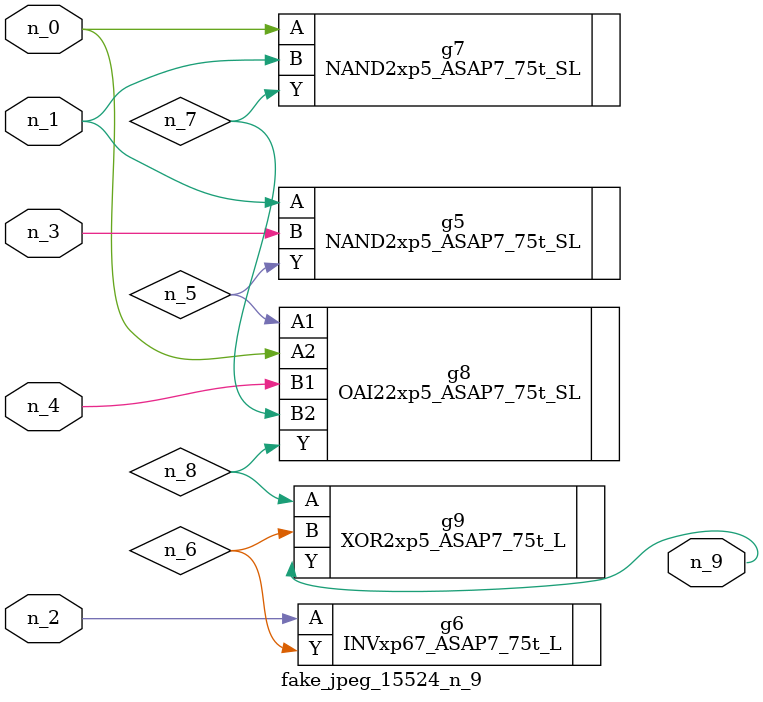
<source format=v>
module fake_jpeg_15524_n_9 (n_3, n_2, n_1, n_0, n_4, n_9);

input n_3;
input n_2;
input n_1;
input n_0;
input n_4;

output n_9;

wire n_8;
wire n_6;
wire n_5;
wire n_7;

NAND2xp5_ASAP7_75t_SL g5 ( 
.A(n_1),
.B(n_3),
.Y(n_5)
);

INVxp67_ASAP7_75t_L g6 ( 
.A(n_2),
.Y(n_6)
);

NAND2xp5_ASAP7_75t_SL g7 ( 
.A(n_0),
.B(n_1),
.Y(n_7)
);

OAI22xp5_ASAP7_75t_SL g8 ( 
.A1(n_5),
.A2(n_0),
.B1(n_4),
.B2(n_7),
.Y(n_8)
);

XOR2xp5_ASAP7_75t_L g9 ( 
.A(n_8),
.B(n_6),
.Y(n_9)
);


endmodule
</source>
